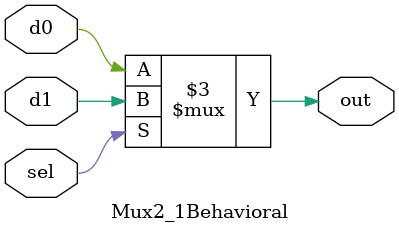
<source format=v>



module Mux2_1Behavioral( d0, d1, sel, out);

	input d0, d1, sel;
	
	output reg out;
	
	always @(d0 or d1 or sel) begin
		
		if(sel) 
			out = d1;
		else
			out = d0;
			
	end
	
endmodule
	
	
</source>
